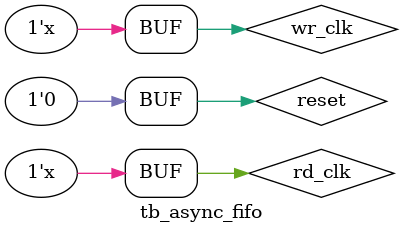
<source format=v>
`timescale 1ns / 1ps

module tb_async_fifo;
reg wr_clk,rd_clk,reset;
wire wr_full,rd_empty;
wire [7:0] data_out;

async_fifo uut(data_out, wr_full, rd_empty,rd_clk, wr_clk, reset);


initial 
begin
wr_clk=0;
rd_clk=0;
reset=1;

end


initial
#5 reset=0;

always
#50 wr_clk=~wr_clk; //freq=10MHz

always
#500 rd_clk=~rd_clk; //freq= 1MHz

endmodule

</source>
